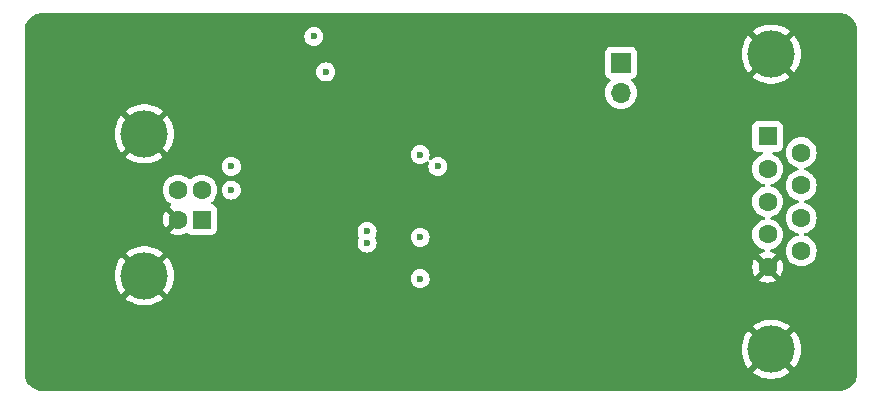
<source format=gbr>
%TF.GenerationSoftware,KiCad,Pcbnew,8.0.0*%
%TF.CreationDate,2024-03-17T15:10:11+09:00*%
%TF.ProjectId,USB-to-RS485-Converter-Small,5553422d-746f-42d5-9253-3438352d436f,1.0*%
%TF.SameCoordinates,Original*%
%TF.FileFunction,Copper,L3,Inr*%
%TF.FilePolarity,Positive*%
%FSLAX46Y46*%
G04 Gerber Fmt 4.6, Leading zero omitted, Abs format (unit mm)*
G04 Created by KiCad (PCBNEW 8.0.0) date 2024-03-17 15:10:11*
%MOMM*%
%LPD*%
G01*
G04 APERTURE LIST*
%TA.AperFunction,ComponentPad*%
%ADD10R,1.600000X1.600000*%
%TD*%
%TA.AperFunction,ComponentPad*%
%ADD11C,1.600000*%
%TD*%
%TA.AperFunction,ComponentPad*%
%ADD12C,4.000000*%
%TD*%
%TA.AperFunction,ComponentPad*%
%ADD13R,1.700000X1.700000*%
%TD*%
%TA.AperFunction,ComponentPad*%
%ADD14O,1.700000X1.700000*%
%TD*%
%TA.AperFunction,ViaPad*%
%ADD15C,0.600000*%
%TD*%
G04 APERTURE END LIST*
D10*
%TO.N,/VCC*%
%TO.C,J2*%
X124187500Y-102087500D03*
D11*
%TO.N,Net-(J2-D-)*%
X124187500Y-99587500D03*
%TO.N,Net-(J2-D+)*%
X122187500Y-99587500D03*
%TO.N,/GND*%
X122187500Y-102087500D03*
D12*
X119327500Y-106837500D03*
X119327500Y-94837500D03*
%TD*%
D13*
%TO.N,Net-(J1-Pin_1)*%
%TO.C,J1*%
X159687500Y-88812500D03*
D14*
%TO.N,Net-(J1-Pin_2)*%
X159687500Y-91352500D03*
%TD*%
D12*
%TO.N,/GND*%
%TO.C,J3*%
X172407169Y-113077500D03*
X172407169Y-88077500D03*
D10*
%TO.N,unconnected-(J3-Pad1)*%
X172107169Y-95037500D03*
D11*
%TO.N,unconnected-(J3-Pad2)*%
X172107169Y-97807500D03*
%TO.N,Net-(J1-Pin_1)*%
X172107169Y-100577500D03*
%TO.N,unconnected-(J3-Pad4)*%
X172107169Y-103347500D03*
%TO.N,/GND*%
X172107169Y-106117500D03*
%TO.N,unconnected-(J3-Pad6)*%
X174947169Y-96422500D03*
%TO.N,Net-(D1-Pad1)*%
X174947169Y-99192500D03*
%TO.N,unconnected-(J3-Pad8)*%
X174947169Y-101962500D03*
%TO.N,unconnected-(J3-Pad9)*%
X174947169Y-104732500D03*
%TD*%
D15*
%TO.N,/GND*%
X148687500Y-96087500D03*
X162687500Y-100087500D03*
X158187500Y-93587500D03*
X138687500Y-98587500D03*
X158187500Y-95587500D03*
X144187500Y-99087500D03*
X138687500Y-99587500D03*
X158687500Y-100087500D03*
X145187500Y-99087500D03*
X158187500Y-94587500D03*
X158687500Y-101087500D03*
X162687500Y-101087500D03*
X148687500Y-97087500D03*
%TO.N,Net-(U1-3V3OUT)*%
X142687500Y-103587500D03*
X142687500Y-107087500D03*
%TO.N,{slash}TXLED*%
X142687500Y-96587500D03*
X133687500Y-86587500D03*
%TO.N,{slash}RXLED*%
X144187500Y-97587500D03*
X134687500Y-89587500D03*
%TO.N,Net-(J2-D+)*%
X126687500Y-97587500D03*
X138187500Y-104087500D03*
%TO.N,Net-(J2-D-)*%
X138187500Y-103087500D03*
X126687500Y-99587500D03*
%TD*%
%TA.AperFunction,Conductor*%
%TO.N,/GND*%
G36*
X178191918Y-84588316D02*
G01*
X178392061Y-84602630D01*
X178409563Y-84605147D01*
X178601297Y-84646855D01*
X178618255Y-84651834D01*
X178802109Y-84720409D01*
X178818201Y-84727759D01*
X178990404Y-84821788D01*
X179005284Y-84831349D01*
X179162367Y-84948941D01*
X179175737Y-84960527D01*
X179314472Y-85099262D01*
X179326058Y-85112632D01*
X179443646Y-85269710D01*
X179453211Y-85284595D01*
X179547240Y-85456798D01*
X179554590Y-85472890D01*
X179623162Y-85656736D01*
X179628146Y-85673712D01*
X179669851Y-85865431D01*
X179672369Y-85882942D01*
X179686684Y-86083080D01*
X179687000Y-86091927D01*
X179687000Y-115083072D01*
X179686684Y-115091919D01*
X179672369Y-115292057D01*
X179669851Y-115309568D01*
X179628146Y-115501287D01*
X179623162Y-115518263D01*
X179554590Y-115702109D01*
X179547240Y-115718201D01*
X179453211Y-115890404D01*
X179443646Y-115905289D01*
X179326058Y-116062367D01*
X179314472Y-116075737D01*
X179175737Y-116214472D01*
X179162367Y-116226058D01*
X179005289Y-116343646D01*
X178990404Y-116353211D01*
X178818201Y-116447240D01*
X178802109Y-116454590D01*
X178618263Y-116523162D01*
X178601287Y-116528146D01*
X178409568Y-116569851D01*
X178392057Y-116572369D01*
X178211279Y-116585299D01*
X178191917Y-116586684D01*
X178183072Y-116587000D01*
X110691928Y-116587000D01*
X110683082Y-116586684D01*
X110661122Y-116585113D01*
X110482942Y-116572369D01*
X110465431Y-116569851D01*
X110273712Y-116528146D01*
X110256736Y-116523162D01*
X110072890Y-116454590D01*
X110056798Y-116447240D01*
X109884595Y-116353211D01*
X109869710Y-116343646D01*
X109712632Y-116226058D01*
X109699262Y-116214472D01*
X109560527Y-116075737D01*
X109548941Y-116062367D01*
X109431349Y-115905284D01*
X109421788Y-115890404D01*
X109327759Y-115718201D01*
X109320409Y-115702109D01*
X109273932Y-115577500D01*
X109251834Y-115518255D01*
X109246855Y-115501297D01*
X109205147Y-115309563D01*
X109202630Y-115292056D01*
X109195509Y-115192496D01*
X109188316Y-115091918D01*
X109188000Y-115083072D01*
X109188000Y-113077505D01*
X169902226Y-113077505D01*
X169921976Y-113391442D01*
X169921977Y-113391449D01*
X169980924Y-113700458D01*
X170078132Y-113999632D01*
X170078134Y-113999637D01*
X170212069Y-114284261D01*
X170212072Y-114284267D01*
X170380626Y-114549867D01*
X170380629Y-114549871D01*
X170471455Y-114659660D01*
X171112917Y-114018198D01*
X171186757Y-114119830D01*
X171364839Y-114297912D01*
X171466469Y-114371750D01*
X170822140Y-115016079D01*
X170822141Y-115016081D01*
X171064941Y-115192485D01*
X171064959Y-115192496D01*
X171340616Y-115344040D01*
X171340624Y-115344044D01*
X171633095Y-115459840D01*
X171937789Y-115538073D01*
X171937798Y-115538075D01*
X172249870Y-115577499D01*
X172249884Y-115577500D01*
X172564454Y-115577500D01*
X172564467Y-115577499D01*
X172876539Y-115538075D01*
X172876548Y-115538073D01*
X173181242Y-115459840D01*
X173473713Y-115344044D01*
X173473721Y-115344040D01*
X173749378Y-115192496D01*
X173749388Y-115192490D01*
X173992195Y-115016079D01*
X173992196Y-115016079D01*
X173347867Y-114371751D01*
X173449499Y-114297912D01*
X173627581Y-114119830D01*
X173701420Y-114018199D01*
X174342881Y-114659660D01*
X174433713Y-114549864D01*
X174602265Y-114284267D01*
X174602268Y-114284261D01*
X174736203Y-113999637D01*
X174736205Y-113999632D01*
X174833413Y-113700458D01*
X174892360Y-113391449D01*
X174892361Y-113391442D01*
X174912112Y-113077505D01*
X174912112Y-113077494D01*
X174892361Y-112763557D01*
X174892360Y-112763550D01*
X174833413Y-112454541D01*
X174736205Y-112155367D01*
X174736203Y-112155362D01*
X174602268Y-111870738D01*
X174602265Y-111870732D01*
X174433711Y-111605132D01*
X174433708Y-111605128D01*
X174342881Y-111495338D01*
X173701419Y-112136800D01*
X173627581Y-112035170D01*
X173449499Y-111857088D01*
X173347867Y-111783248D01*
X173992196Y-111138919D01*
X173992195Y-111138917D01*
X173749396Y-110962514D01*
X173749378Y-110962503D01*
X173473721Y-110810959D01*
X173473713Y-110810955D01*
X173181242Y-110695159D01*
X172876548Y-110616926D01*
X172876539Y-110616924D01*
X172564467Y-110577500D01*
X172249870Y-110577500D01*
X171937798Y-110616924D01*
X171937789Y-110616926D01*
X171633095Y-110695159D01*
X171340624Y-110810955D01*
X171340616Y-110810959D01*
X171064956Y-110962504D01*
X171064951Y-110962507D01*
X170822141Y-111138918D01*
X170822140Y-111138919D01*
X171466470Y-111783248D01*
X171364839Y-111857088D01*
X171186757Y-112035170D01*
X171112917Y-112136800D01*
X170471455Y-111495338D01*
X170471454Y-111495338D01*
X170380628Y-111605129D01*
X170380626Y-111605132D01*
X170212072Y-111870732D01*
X170212069Y-111870738D01*
X170078134Y-112155362D01*
X170078132Y-112155367D01*
X169980924Y-112454541D01*
X169921977Y-112763550D01*
X169921976Y-112763557D01*
X169902226Y-113077494D01*
X169902226Y-113077505D01*
X109188000Y-113077505D01*
X109188000Y-106837505D01*
X116822557Y-106837505D01*
X116842307Y-107151442D01*
X116842308Y-107151449D01*
X116901255Y-107460458D01*
X116998463Y-107759632D01*
X116998465Y-107759637D01*
X117132400Y-108044261D01*
X117132403Y-108044267D01*
X117300957Y-108309867D01*
X117300960Y-108309871D01*
X117391786Y-108419660D01*
X118355413Y-107456033D01*
X118450329Y-107586675D01*
X118578325Y-107714671D01*
X118708965Y-107809586D01*
X117742471Y-108776079D01*
X117742472Y-108776081D01*
X117985272Y-108952485D01*
X117985290Y-108952496D01*
X118260947Y-109104040D01*
X118260955Y-109104044D01*
X118553426Y-109219840D01*
X118858120Y-109298073D01*
X118858129Y-109298075D01*
X119170201Y-109337499D01*
X119170215Y-109337500D01*
X119484785Y-109337500D01*
X119484798Y-109337499D01*
X119796870Y-109298075D01*
X119796879Y-109298073D01*
X120101573Y-109219840D01*
X120394044Y-109104044D01*
X120394052Y-109104040D01*
X120669709Y-108952496D01*
X120669719Y-108952490D01*
X120912526Y-108776079D01*
X120912527Y-108776079D01*
X119946033Y-107809586D01*
X120076675Y-107714671D01*
X120204671Y-107586675D01*
X120299586Y-107456034D01*
X121263212Y-108419660D01*
X121354044Y-108309864D01*
X121522596Y-108044267D01*
X121522599Y-108044261D01*
X121656534Y-107759637D01*
X121656536Y-107759632D01*
X121753744Y-107460458D01*
X121812691Y-107151449D01*
X121812692Y-107151442D01*
X121816715Y-107087503D01*
X141881935Y-107087503D01*
X141902130Y-107266749D01*
X141902131Y-107266754D01*
X141961711Y-107437023D01*
X142055744Y-107586675D01*
X142057684Y-107589762D01*
X142185238Y-107717316D01*
X142337978Y-107813289D01*
X142508245Y-107872868D01*
X142508250Y-107872869D01*
X142687496Y-107893065D01*
X142687500Y-107893065D01*
X142687504Y-107893065D01*
X142866749Y-107872869D01*
X142866752Y-107872868D01*
X142866755Y-107872868D01*
X143037022Y-107813289D01*
X143189762Y-107717316D01*
X143317316Y-107589762D01*
X143413289Y-107437022D01*
X143472868Y-107266755D01*
X143480781Y-107196524D01*
X143493065Y-107087503D01*
X143493065Y-107087496D01*
X143472869Y-106908250D01*
X143472868Y-106908245D01*
X143448115Y-106837505D01*
X143413289Y-106737978D01*
X143317316Y-106585238D01*
X143189762Y-106457684D01*
X143037023Y-106361711D01*
X142866754Y-106302131D01*
X142866749Y-106302130D01*
X142687504Y-106281935D01*
X142687496Y-106281935D01*
X142508250Y-106302130D01*
X142508245Y-106302131D01*
X142337976Y-106361711D01*
X142185237Y-106457684D01*
X142057684Y-106585237D01*
X141961711Y-106737976D01*
X141902131Y-106908245D01*
X141902130Y-106908250D01*
X141881935Y-107087496D01*
X141881935Y-107087503D01*
X121816715Y-107087503D01*
X121832443Y-106837505D01*
X121832443Y-106837494D01*
X121812692Y-106523557D01*
X121812691Y-106523550D01*
X121753744Y-106214541D01*
X121656536Y-105915367D01*
X121656534Y-105915362D01*
X121522599Y-105630738D01*
X121522596Y-105630732D01*
X121354042Y-105365132D01*
X121354039Y-105365128D01*
X121263212Y-105255338D01*
X120299585Y-106218965D01*
X120204671Y-106088325D01*
X120076675Y-105960329D01*
X119946033Y-105865413D01*
X120912527Y-104898919D01*
X120912526Y-104898917D01*
X120669727Y-104722514D01*
X120669709Y-104722503D01*
X120394052Y-104570959D01*
X120394044Y-104570955D01*
X120101573Y-104455159D01*
X119796879Y-104376926D01*
X119796870Y-104376924D01*
X119484798Y-104337500D01*
X119170201Y-104337500D01*
X118858129Y-104376924D01*
X118858120Y-104376926D01*
X118553426Y-104455159D01*
X118260955Y-104570955D01*
X118260947Y-104570959D01*
X117985287Y-104722504D01*
X117985282Y-104722507D01*
X117742472Y-104898918D01*
X117742471Y-104898919D01*
X118708966Y-105865413D01*
X118578325Y-105960329D01*
X118450329Y-106088325D01*
X118355413Y-106218965D01*
X117391786Y-105255338D01*
X117391785Y-105255338D01*
X117300959Y-105365129D01*
X117300957Y-105365132D01*
X117132403Y-105630732D01*
X117132400Y-105630738D01*
X116998465Y-105915362D01*
X116998463Y-105915367D01*
X116901255Y-106214541D01*
X116842308Y-106523550D01*
X116842307Y-106523557D01*
X116822557Y-106837494D01*
X116822557Y-106837505D01*
X109188000Y-106837505D01*
X109188000Y-104087503D01*
X137381935Y-104087503D01*
X137402130Y-104266749D01*
X137402131Y-104266754D01*
X137461711Y-104437023D01*
X137504928Y-104505802D01*
X137557684Y-104589762D01*
X137685238Y-104717316D01*
X137709405Y-104732501D01*
X137787497Y-104781570D01*
X137837978Y-104813289D01*
X137901305Y-104835448D01*
X138008245Y-104872868D01*
X138008250Y-104872869D01*
X138187496Y-104893065D01*
X138187500Y-104893065D01*
X138187504Y-104893065D01*
X138366749Y-104872869D01*
X138366752Y-104872868D01*
X138366755Y-104872868D01*
X138537022Y-104813289D01*
X138689762Y-104717316D01*
X138817316Y-104589762D01*
X138913289Y-104437022D01*
X138972868Y-104266755D01*
X138972869Y-104266749D01*
X138993065Y-104087503D01*
X138993065Y-104087496D01*
X138972869Y-103908250D01*
X138972868Y-103908245D01*
X138913288Y-103737975D01*
X138860191Y-103653473D01*
X138841548Y-103587503D01*
X141881935Y-103587503D01*
X141902130Y-103766749D01*
X141902131Y-103766754D01*
X141961711Y-103937023D01*
X142051402Y-104079765D01*
X142057684Y-104089762D01*
X142185238Y-104217316D01*
X142337978Y-104313289D01*
X142435876Y-104347545D01*
X142508245Y-104372868D01*
X142508250Y-104372869D01*
X142687496Y-104393065D01*
X142687500Y-104393065D01*
X142687504Y-104393065D01*
X142866749Y-104372869D01*
X142866752Y-104372868D01*
X142866755Y-104372868D01*
X143037022Y-104313289D01*
X143189762Y-104217316D01*
X143317316Y-104089762D01*
X143413289Y-103937022D01*
X143472868Y-103766755D01*
X143472869Y-103766749D01*
X143493065Y-103587503D01*
X143493065Y-103587496D01*
X143472869Y-103408250D01*
X143472868Y-103408245D01*
X143451613Y-103347501D01*
X170801701Y-103347501D01*
X170821533Y-103574186D01*
X170821535Y-103574197D01*
X170880427Y-103793988D01*
X170880430Y-103793997D01*
X170976600Y-104000232D01*
X170976601Y-104000234D01*
X171107123Y-104186641D01*
X171268027Y-104347545D01*
X171268030Y-104347547D01*
X171454435Y-104478068D01*
X171660673Y-104574239D01*
X171805271Y-104612983D01*
X171864930Y-104649348D01*
X171895460Y-104712194D01*
X171887166Y-104781570D01*
X171842681Y-104835448D01*
X171805271Y-104852533D01*
X171660849Y-104891231D01*
X171660842Y-104891234D01*
X171454685Y-104987366D01*
X171454681Y-104987368D01*
X171381695Y-105038473D01*
X171381695Y-105038474D01*
X171977759Y-105634537D01*
X171914176Y-105651575D01*
X171800162Y-105717401D01*
X171707070Y-105810493D01*
X171641244Y-105924507D01*
X171624206Y-105988089D01*
X171028143Y-105392026D01*
X171028142Y-105392026D01*
X170977037Y-105465012D01*
X170977035Y-105465016D01*
X170880903Y-105671173D01*
X170880899Y-105671182D01*
X170822029Y-105890889D01*
X170822027Y-105890900D01*
X170802203Y-106117497D01*
X170802203Y-106117502D01*
X170822027Y-106344099D01*
X170822029Y-106344110D01*
X170880899Y-106563817D01*
X170880904Y-106563831D01*
X170977032Y-106769978D01*
X171028143Y-106842972D01*
X171624206Y-106246909D01*
X171641244Y-106310493D01*
X171707070Y-106424507D01*
X171800162Y-106517599D01*
X171914176Y-106583425D01*
X171977759Y-106600462D01*
X171381695Y-107196525D01*
X171454682Y-107247632D01*
X171454690Y-107247636D01*
X171660837Y-107343764D01*
X171660851Y-107343769D01*
X171880558Y-107402639D01*
X171880569Y-107402641D01*
X172107167Y-107422466D01*
X172107171Y-107422466D01*
X172333768Y-107402641D01*
X172333779Y-107402639D01*
X172553486Y-107343769D01*
X172553500Y-107343764D01*
X172759647Y-107247636D01*
X172832640Y-107196524D01*
X172236578Y-106600462D01*
X172300162Y-106583425D01*
X172414176Y-106517599D01*
X172507268Y-106424507D01*
X172573094Y-106310493D01*
X172590131Y-106246909D01*
X173186193Y-106842971D01*
X173237305Y-106769978D01*
X173333433Y-106563831D01*
X173333438Y-106563817D01*
X173392308Y-106344110D01*
X173392310Y-106344099D01*
X173412135Y-106117502D01*
X173412135Y-106117497D01*
X173392310Y-105890900D01*
X173392308Y-105890889D01*
X173333438Y-105671182D01*
X173333433Y-105671168D01*
X173237305Y-105465021D01*
X173237301Y-105465013D01*
X173186194Y-105392026D01*
X172590131Y-105988089D01*
X172573094Y-105924507D01*
X172507268Y-105810493D01*
X172414176Y-105717401D01*
X172300162Y-105651575D01*
X172236579Y-105634537D01*
X172832641Y-105038474D01*
X172759647Y-104987363D01*
X172553500Y-104891235D01*
X172553488Y-104891231D01*
X172409066Y-104852533D01*
X172349406Y-104816168D01*
X172318877Y-104753321D01*
X172321366Y-104732501D01*
X173641701Y-104732501D01*
X173661533Y-104959186D01*
X173661535Y-104959197D01*
X173720427Y-105178988D01*
X173720430Y-105178997D01*
X173816600Y-105385232D01*
X173816601Y-105385234D01*
X173947123Y-105571641D01*
X174108027Y-105732545D01*
X174108030Y-105732547D01*
X174294435Y-105863068D01*
X174500673Y-105959239D01*
X174720477Y-106018135D01*
X174882399Y-106032301D01*
X174947167Y-106037968D01*
X174947169Y-106037968D01*
X174947171Y-106037968D01*
X175003842Y-106033009D01*
X175173861Y-106018135D01*
X175393665Y-105959239D01*
X175599903Y-105863068D01*
X175786308Y-105732547D01*
X175947216Y-105571639D01*
X176077737Y-105385234D01*
X176173908Y-105178996D01*
X176232804Y-104959192D01*
X176252637Y-104732500D01*
X176251762Y-104722504D01*
X176243675Y-104630067D01*
X176232804Y-104505808D01*
X176173908Y-104286004D01*
X176077737Y-104079766D01*
X175947216Y-103893361D01*
X175947214Y-103893358D01*
X175786310Y-103732454D01*
X175599903Y-103601932D01*
X175599901Y-103601931D01*
X175393666Y-103505761D01*
X175393657Y-103505758D01*
X175271135Y-103472929D01*
X175250031Y-103467274D01*
X175190371Y-103430910D01*
X175159842Y-103368063D01*
X175168137Y-103298688D01*
X175212622Y-103244810D01*
X175250031Y-103227725D01*
X175393665Y-103189239D01*
X175599903Y-103093068D01*
X175786308Y-102962547D01*
X175947216Y-102801639D01*
X176077737Y-102615234D01*
X176173908Y-102408996D01*
X176232804Y-102189192D01*
X176252637Y-101962500D01*
X176248366Y-101913688D01*
X176232804Y-101735813D01*
X176232804Y-101735808D01*
X176173908Y-101516004D01*
X176077737Y-101309766D01*
X175947216Y-101123361D01*
X175947214Y-101123358D01*
X175786310Y-100962454D01*
X175599903Y-100831932D01*
X175599901Y-100831931D01*
X175393666Y-100735761D01*
X175393657Y-100735758D01*
X175271135Y-100702929D01*
X175250031Y-100697274D01*
X175190371Y-100660910D01*
X175159842Y-100598063D01*
X175168137Y-100528688D01*
X175212622Y-100474810D01*
X175250031Y-100457725D01*
X175393665Y-100419239D01*
X175599903Y-100323068D01*
X175786308Y-100192547D01*
X175947216Y-100031639D01*
X176077737Y-99845234D01*
X176173908Y-99638996D01*
X176232804Y-99419192D01*
X176252637Y-99192500D01*
X176248366Y-99143688D01*
X176232804Y-98965813D01*
X176232804Y-98965808D01*
X176173908Y-98746004D01*
X176077737Y-98539766D01*
X175960875Y-98372868D01*
X175947214Y-98353358D01*
X175786310Y-98192454D01*
X175599903Y-98061932D01*
X175599901Y-98061931D01*
X175393666Y-97965761D01*
X175393657Y-97965758D01*
X175271135Y-97932929D01*
X175250031Y-97927274D01*
X175190371Y-97890910D01*
X175159842Y-97828063D01*
X175168137Y-97758688D01*
X175212622Y-97704810D01*
X175250031Y-97687725D01*
X175393665Y-97649239D01*
X175599903Y-97553068D01*
X175786308Y-97422547D01*
X175947216Y-97261639D01*
X176077737Y-97075234D01*
X176173908Y-96868996D01*
X176232804Y-96649192D01*
X176252637Y-96422500D01*
X176232804Y-96195808D01*
X176173908Y-95976004D01*
X176077737Y-95769766D01*
X175980008Y-95630193D01*
X175947214Y-95583358D01*
X175786310Y-95422454D01*
X175599903Y-95291932D01*
X175599901Y-95291931D01*
X175393666Y-95195761D01*
X175393657Y-95195758D01*
X175173866Y-95136866D01*
X175173862Y-95136865D01*
X175173861Y-95136865D01*
X175173860Y-95136864D01*
X175173855Y-95136864D01*
X174947171Y-95117032D01*
X174947167Y-95117032D01*
X174720482Y-95136864D01*
X174720471Y-95136866D01*
X174500680Y-95195758D01*
X174500671Y-95195761D01*
X174294436Y-95291931D01*
X174294434Y-95291932D01*
X174108027Y-95422454D01*
X173947123Y-95583358D01*
X173816601Y-95769765D01*
X173816600Y-95769767D01*
X173720430Y-95976002D01*
X173720427Y-95976011D01*
X173661535Y-96195802D01*
X173661533Y-96195813D01*
X173641701Y-96422498D01*
X173641701Y-96422501D01*
X173661533Y-96649186D01*
X173661535Y-96649197D01*
X173720427Y-96868988D01*
X173720430Y-96868997D01*
X173816600Y-97075232D01*
X173816601Y-97075234D01*
X173947123Y-97261641D01*
X174108027Y-97422545D01*
X174108030Y-97422547D01*
X174294435Y-97553068D01*
X174500673Y-97649239D01*
X174500678Y-97649240D01*
X174500680Y-97649241D01*
X174644305Y-97687725D01*
X174703966Y-97724090D01*
X174734495Y-97786937D01*
X174726200Y-97856312D01*
X174681715Y-97910190D01*
X174644305Y-97927275D01*
X174500680Y-97965758D01*
X174500671Y-97965761D01*
X174294436Y-98061931D01*
X174294434Y-98061932D01*
X174108027Y-98192454D01*
X173947123Y-98353358D01*
X173816601Y-98539765D01*
X173816600Y-98539767D01*
X173720430Y-98746002D01*
X173720427Y-98746011D01*
X173661535Y-98965802D01*
X173661533Y-98965813D01*
X173641701Y-99192498D01*
X173641701Y-99192501D01*
X173661533Y-99419186D01*
X173661535Y-99419197D01*
X173720427Y-99638988D01*
X173720430Y-99638997D01*
X173816600Y-99845232D01*
X173816601Y-99845234D01*
X173947123Y-100031641D01*
X174108027Y-100192545D01*
X174108030Y-100192547D01*
X174294435Y-100323068D01*
X174500673Y-100419239D01*
X174500678Y-100419240D01*
X174500680Y-100419241D01*
X174644305Y-100457725D01*
X174703966Y-100494090D01*
X174734495Y-100556937D01*
X174726200Y-100626312D01*
X174681715Y-100680190D01*
X174644305Y-100697275D01*
X174500680Y-100735758D01*
X174500671Y-100735761D01*
X174294436Y-100831931D01*
X174294434Y-100831932D01*
X174108027Y-100962454D01*
X173947123Y-101123358D01*
X173816601Y-101309765D01*
X173816600Y-101309767D01*
X173720430Y-101516002D01*
X173720427Y-101516011D01*
X173661535Y-101735802D01*
X173661533Y-101735813D01*
X173641701Y-101962498D01*
X173641701Y-101962501D01*
X173661533Y-102189186D01*
X173661535Y-102189197D01*
X173720427Y-102408988D01*
X173720430Y-102408997D01*
X173816600Y-102615232D01*
X173816601Y-102615234D01*
X173947123Y-102801641D01*
X174108027Y-102962545D01*
X174108030Y-102962547D01*
X174294435Y-103093068D01*
X174500673Y-103189239D01*
X174500678Y-103189240D01*
X174500680Y-103189241D01*
X174644305Y-103227725D01*
X174703966Y-103264090D01*
X174734495Y-103326937D01*
X174726200Y-103396312D01*
X174681715Y-103450190D01*
X174644305Y-103467275D01*
X174500680Y-103505758D01*
X174500671Y-103505761D01*
X174294436Y-103601931D01*
X174294434Y-103601932D01*
X174108027Y-103732454D01*
X173947123Y-103893358D01*
X173816601Y-104079765D01*
X173816600Y-104079767D01*
X173720430Y-104286002D01*
X173720427Y-104286011D01*
X173661535Y-104505802D01*
X173661533Y-104505813D01*
X173641701Y-104732498D01*
X173641701Y-104732501D01*
X172321366Y-104732501D01*
X172327172Y-104683945D01*
X172371657Y-104630067D01*
X172409063Y-104612984D01*
X172553665Y-104574239D01*
X172759903Y-104478068D01*
X172946308Y-104347547D01*
X173107216Y-104186639D01*
X173237737Y-104000234D01*
X173333908Y-103793996D01*
X173392804Y-103574192D01*
X173412637Y-103347500D01*
X173411219Y-103331297D01*
X173403944Y-103248135D01*
X173392804Y-103120808D01*
X173333908Y-102901004D01*
X173237737Y-102694766D01*
X173107216Y-102508361D01*
X173107214Y-102508358D01*
X172946310Y-102347454D01*
X172759903Y-102216932D01*
X172759901Y-102216931D01*
X172553666Y-102120761D01*
X172553657Y-102120758D01*
X172429521Y-102087497D01*
X172410031Y-102082274D01*
X172350371Y-102045910D01*
X172319842Y-101983063D01*
X172328137Y-101913688D01*
X172372622Y-101859810D01*
X172410031Y-101842725D01*
X172553665Y-101804239D01*
X172759903Y-101708068D01*
X172946308Y-101577547D01*
X173107216Y-101416639D01*
X173237737Y-101230234D01*
X173333908Y-101023996D01*
X173392804Y-100804192D01*
X173412637Y-100577500D01*
X173408366Y-100528688D01*
X173399442Y-100426686D01*
X173392804Y-100350808D01*
X173333908Y-100131004D01*
X173237737Y-99924766D01*
X173107216Y-99738361D01*
X173107214Y-99738358D01*
X172946310Y-99577454D01*
X172759903Y-99446932D01*
X172759901Y-99446931D01*
X172553666Y-99350761D01*
X172553657Y-99350758D01*
X172431135Y-99317929D01*
X172410031Y-99312274D01*
X172350371Y-99275910D01*
X172319842Y-99213063D01*
X172328137Y-99143688D01*
X172372622Y-99089810D01*
X172410031Y-99072725D01*
X172553665Y-99034239D01*
X172759903Y-98938068D01*
X172946308Y-98807547D01*
X173107216Y-98646639D01*
X173237737Y-98460234D01*
X173333908Y-98253996D01*
X173392804Y-98034192D01*
X173412637Y-97807500D01*
X173408366Y-97758688D01*
X173398791Y-97649238D01*
X173392804Y-97580808D01*
X173333908Y-97361004D01*
X173237737Y-97154766D01*
X173107216Y-96968361D01*
X173107214Y-96968358D01*
X172946310Y-96807454D01*
X172759903Y-96676932D01*
X172759901Y-96676931D01*
X172553666Y-96580761D01*
X172548571Y-96578907D01*
X172549328Y-96576825D01*
X172497786Y-96545408D01*
X172467257Y-96482561D01*
X172475552Y-96413186D01*
X172520038Y-96359308D01*
X172586590Y-96338034D01*
X172589521Y-96337999D01*
X172955041Y-96337999D01*
X173014652Y-96331591D01*
X173149500Y-96281296D01*
X173264715Y-96195046D01*
X173350965Y-96079831D01*
X173401260Y-95944983D01*
X173407669Y-95885373D01*
X173407668Y-94189628D01*
X173401260Y-94130017D01*
X173350965Y-93995169D01*
X173350964Y-93995168D01*
X173350962Y-93995164D01*
X173264716Y-93879955D01*
X173264713Y-93879952D01*
X173149504Y-93793706D01*
X173149497Y-93793702D01*
X173014651Y-93743408D01*
X173014652Y-93743408D01*
X172955052Y-93737001D01*
X172955050Y-93737000D01*
X172955042Y-93737000D01*
X172955033Y-93737000D01*
X171259298Y-93737000D01*
X171259292Y-93737001D01*
X171199685Y-93743408D01*
X171064840Y-93793702D01*
X171064833Y-93793706D01*
X170949624Y-93879952D01*
X170949621Y-93879955D01*
X170863375Y-93995164D01*
X170863371Y-93995171D01*
X170813077Y-94130017D01*
X170806670Y-94189616D01*
X170806670Y-94189623D01*
X170806669Y-94189635D01*
X170806669Y-95885370D01*
X170806670Y-95885376D01*
X170813077Y-95944983D01*
X170863371Y-96079828D01*
X170863375Y-96079835D01*
X170949621Y-96195044D01*
X170949624Y-96195047D01*
X171064833Y-96281293D01*
X171064840Y-96281297D01*
X171199686Y-96331591D01*
X171199685Y-96331591D01*
X171206613Y-96332335D01*
X171259296Y-96338000D01*
X171624797Y-96337999D01*
X171691834Y-96357683D01*
X171737589Y-96410487D01*
X171747533Y-96479646D01*
X171718508Y-96543201D01*
X171665232Y-96577439D01*
X171665767Y-96578907D01*
X171660671Y-96580761D01*
X171454436Y-96676931D01*
X171454434Y-96676932D01*
X171268027Y-96807454D01*
X171107123Y-96968358D01*
X170976601Y-97154765D01*
X170976600Y-97154767D01*
X170880430Y-97361002D01*
X170880427Y-97361011D01*
X170821535Y-97580802D01*
X170821533Y-97580813D01*
X170801701Y-97807498D01*
X170801701Y-97807501D01*
X170821533Y-98034186D01*
X170821535Y-98034197D01*
X170880427Y-98253988D01*
X170880430Y-98253997D01*
X170976600Y-98460232D01*
X170976601Y-98460234D01*
X171107123Y-98646641D01*
X171268027Y-98807545D01*
X171268030Y-98807547D01*
X171454435Y-98938068D01*
X171660673Y-99034239D01*
X171660678Y-99034240D01*
X171660680Y-99034241D01*
X171804305Y-99072725D01*
X171863966Y-99109090D01*
X171894495Y-99171937D01*
X171886200Y-99241312D01*
X171841715Y-99295190D01*
X171804305Y-99312275D01*
X171660680Y-99350758D01*
X171660671Y-99350761D01*
X171454436Y-99446931D01*
X171454434Y-99446932D01*
X171268027Y-99577454D01*
X171107123Y-99738358D01*
X170976601Y-99924765D01*
X170976600Y-99924767D01*
X170880430Y-100131002D01*
X170880427Y-100131011D01*
X170821535Y-100350802D01*
X170821533Y-100350813D01*
X170801701Y-100577498D01*
X170801701Y-100577501D01*
X170821533Y-100804186D01*
X170821535Y-100804197D01*
X170880427Y-101023988D01*
X170880430Y-101023997D01*
X170976600Y-101230232D01*
X170976601Y-101230234D01*
X171107123Y-101416641D01*
X171268027Y-101577545D01*
X171268030Y-101577547D01*
X171454435Y-101708068D01*
X171660673Y-101804239D01*
X171660678Y-101804240D01*
X171660680Y-101804241D01*
X171804305Y-101842725D01*
X171863966Y-101879090D01*
X171894495Y-101941937D01*
X171886200Y-102011312D01*
X171841715Y-102065190D01*
X171804305Y-102082275D01*
X171660680Y-102120758D01*
X171660671Y-102120761D01*
X171454436Y-102216931D01*
X171454434Y-102216932D01*
X171268027Y-102347454D01*
X171107123Y-102508358D01*
X170976601Y-102694765D01*
X170976600Y-102694767D01*
X170880430Y-102901002D01*
X170880427Y-102901011D01*
X170821535Y-103120802D01*
X170821533Y-103120813D01*
X170801701Y-103347498D01*
X170801701Y-103347501D01*
X143451613Y-103347501D01*
X143423361Y-103266762D01*
X143413289Y-103237978D01*
X143382665Y-103189241D01*
X143345338Y-103129835D01*
X143317316Y-103085238D01*
X143189762Y-102957684D01*
X143154270Y-102935383D01*
X143037023Y-102861711D01*
X142866754Y-102802131D01*
X142866749Y-102802130D01*
X142687504Y-102781935D01*
X142687496Y-102781935D01*
X142508250Y-102802130D01*
X142508245Y-102802131D01*
X142337976Y-102861711D01*
X142185237Y-102957684D01*
X142057684Y-103085237D01*
X141961711Y-103237976D01*
X141902131Y-103408245D01*
X141902130Y-103408250D01*
X141881935Y-103587496D01*
X141881935Y-103587503D01*
X138841548Y-103587503D01*
X138841190Y-103586236D01*
X138860191Y-103521527D01*
X138913288Y-103437024D01*
X138913289Y-103437022D01*
X138972868Y-103266755D01*
X138972869Y-103266749D01*
X138993065Y-103087503D01*
X138993065Y-103087496D01*
X138972869Y-102908250D01*
X138972868Y-102908245D01*
X138956585Y-102861711D01*
X138913289Y-102737978D01*
X138886136Y-102694765D01*
X138817315Y-102585237D01*
X138689762Y-102457684D01*
X138537023Y-102361711D01*
X138366754Y-102302131D01*
X138366749Y-102302130D01*
X138187504Y-102281935D01*
X138187496Y-102281935D01*
X138008250Y-102302130D01*
X138008245Y-102302131D01*
X137837976Y-102361711D01*
X137685237Y-102457684D01*
X137557684Y-102585237D01*
X137461711Y-102737976D01*
X137402131Y-102908245D01*
X137402130Y-102908250D01*
X137381935Y-103087496D01*
X137381935Y-103087503D01*
X137402130Y-103266749D01*
X137402133Y-103266762D01*
X137461709Y-103437020D01*
X137514809Y-103521529D01*
X137533809Y-103588766D01*
X137514809Y-103653471D01*
X137461709Y-103737979D01*
X137402133Y-103908237D01*
X137402130Y-103908250D01*
X137381935Y-104087496D01*
X137381935Y-104087503D01*
X109188000Y-104087503D01*
X109188000Y-99587501D01*
X120882032Y-99587501D01*
X120901864Y-99814186D01*
X120901866Y-99814197D01*
X120960758Y-100033988D01*
X120960761Y-100033997D01*
X121056931Y-100240232D01*
X121056932Y-100240234D01*
X121187454Y-100426641D01*
X121348358Y-100587545D01*
X121395193Y-100620339D01*
X121534766Y-100718068D01*
X121550475Y-100725393D01*
X121602914Y-100771564D01*
X121622067Y-100838757D01*
X121601852Y-100905638D01*
X121550479Y-100950156D01*
X121535014Y-100957367D01*
X121535012Y-100957368D01*
X121462026Y-101008473D01*
X121462026Y-101008474D01*
X122078502Y-101624949D01*
X122004157Y-101644870D01*
X121895843Y-101707405D01*
X121807405Y-101795843D01*
X121744870Y-101904157D01*
X121724949Y-101978501D01*
X121108474Y-101362026D01*
X121108473Y-101362026D01*
X121057368Y-101435012D01*
X121057366Y-101435016D01*
X120961234Y-101641173D01*
X120961230Y-101641182D01*
X120902360Y-101860889D01*
X120902358Y-101860900D01*
X120882534Y-102087497D01*
X120882534Y-102087502D01*
X120902358Y-102314099D01*
X120902360Y-102314110D01*
X120961230Y-102533817D01*
X120961235Y-102533831D01*
X121057363Y-102739978D01*
X121108474Y-102812972D01*
X121724949Y-102196497D01*
X121744870Y-102270843D01*
X121807405Y-102379157D01*
X121895843Y-102467595D01*
X122004157Y-102530130D01*
X122078500Y-102550050D01*
X121462026Y-103166525D01*
X121535013Y-103217632D01*
X121535021Y-103217636D01*
X121741168Y-103313764D01*
X121741182Y-103313769D01*
X121960889Y-103372639D01*
X121960900Y-103372641D01*
X122187498Y-103392466D01*
X122187502Y-103392466D01*
X122414099Y-103372641D01*
X122414110Y-103372639D01*
X122633817Y-103313769D01*
X122633826Y-103313765D01*
X122839981Y-103217634D01*
X122852753Y-103208691D01*
X122918959Y-103186362D01*
X122986727Y-103203370D01*
X123023144Y-103235949D01*
X123029954Y-103245046D01*
X123058963Y-103266762D01*
X123145164Y-103331293D01*
X123145171Y-103331297D01*
X123280017Y-103381591D01*
X123280016Y-103381591D01*
X123286944Y-103382335D01*
X123339627Y-103388000D01*
X125035372Y-103387999D01*
X125094983Y-103381591D01*
X125229831Y-103331296D01*
X125345046Y-103245046D01*
X125431296Y-103129831D01*
X125481591Y-102994983D01*
X125488000Y-102935373D01*
X125487999Y-101239628D01*
X125481591Y-101180017D01*
X125431296Y-101045169D01*
X125431295Y-101045168D01*
X125431293Y-101045164D01*
X125345047Y-100929955D01*
X125345044Y-100929952D01*
X125229835Y-100843706D01*
X125229828Y-100843702D01*
X125094983Y-100793408D01*
X125089579Y-100792132D01*
X125028863Y-100757560D01*
X124996476Y-100695649D01*
X125002702Y-100626058D01*
X125030410Y-100583775D01*
X125187547Y-100426639D01*
X125318068Y-100240234D01*
X125414239Y-100033996D01*
X125473135Y-99814192D01*
X125492968Y-99587503D01*
X125881935Y-99587503D01*
X125902130Y-99766749D01*
X125902131Y-99766754D01*
X125961711Y-99937023D01*
X126021163Y-100031639D01*
X126057684Y-100089762D01*
X126185238Y-100217316D01*
X126337978Y-100313289D01*
X126508245Y-100372868D01*
X126508250Y-100372869D01*
X126687496Y-100393065D01*
X126687500Y-100393065D01*
X126687504Y-100393065D01*
X126866749Y-100372869D01*
X126866752Y-100372868D01*
X126866755Y-100372868D01*
X127037022Y-100313289D01*
X127189762Y-100217316D01*
X127317316Y-100089762D01*
X127413289Y-99937022D01*
X127472868Y-99766755D01*
X127472869Y-99766749D01*
X127493065Y-99587503D01*
X127493065Y-99587496D01*
X127472869Y-99408250D01*
X127472868Y-99408245D01*
X127452752Y-99350758D01*
X127413289Y-99237978D01*
X127317316Y-99085238D01*
X127189762Y-98957684D01*
X127037023Y-98861711D01*
X126866754Y-98802131D01*
X126866749Y-98802130D01*
X126687504Y-98781935D01*
X126687496Y-98781935D01*
X126508250Y-98802130D01*
X126508245Y-98802131D01*
X126337976Y-98861711D01*
X126185237Y-98957684D01*
X126057684Y-99085237D01*
X125961711Y-99237976D01*
X125902131Y-99408245D01*
X125902130Y-99408250D01*
X125881935Y-99587496D01*
X125881935Y-99587503D01*
X125492968Y-99587503D01*
X125492968Y-99587500D01*
X125473135Y-99360808D01*
X125414239Y-99141004D01*
X125318068Y-98934766D01*
X125187547Y-98748361D01*
X125187545Y-98748358D01*
X125026641Y-98587454D01*
X124840234Y-98456932D01*
X124840232Y-98456931D01*
X124633997Y-98360761D01*
X124633988Y-98360758D01*
X124414197Y-98301866D01*
X124414193Y-98301865D01*
X124414192Y-98301865D01*
X124414191Y-98301864D01*
X124414186Y-98301864D01*
X124187502Y-98282032D01*
X124187498Y-98282032D01*
X123960813Y-98301864D01*
X123960802Y-98301866D01*
X123741011Y-98360758D01*
X123741002Y-98360761D01*
X123534767Y-98456931D01*
X123534765Y-98456932D01*
X123348358Y-98587454D01*
X123275181Y-98660632D01*
X123213858Y-98694117D01*
X123144166Y-98689133D01*
X123099819Y-98660632D01*
X123026641Y-98587454D01*
X122840234Y-98456932D01*
X122840232Y-98456931D01*
X122633997Y-98360761D01*
X122633988Y-98360758D01*
X122414197Y-98301866D01*
X122414193Y-98301865D01*
X122414192Y-98301865D01*
X122414191Y-98301864D01*
X122414186Y-98301864D01*
X122187502Y-98282032D01*
X122187498Y-98282032D01*
X121960813Y-98301864D01*
X121960802Y-98301866D01*
X121741011Y-98360758D01*
X121741002Y-98360761D01*
X121534767Y-98456931D01*
X121534765Y-98456932D01*
X121348358Y-98587454D01*
X121187454Y-98748358D01*
X121056932Y-98934765D01*
X121056931Y-98934767D01*
X120960761Y-99141002D01*
X120960758Y-99141011D01*
X120901866Y-99360802D01*
X120901864Y-99360813D01*
X120882032Y-99587498D01*
X120882032Y-99587501D01*
X109188000Y-99587501D01*
X109188000Y-97587503D01*
X125881935Y-97587503D01*
X125902130Y-97766749D01*
X125902131Y-97766754D01*
X125961711Y-97937023D01*
X126040197Y-98061932D01*
X126057684Y-98089762D01*
X126185238Y-98217316D01*
X126337978Y-98313289D01*
X126452489Y-98353358D01*
X126508245Y-98372868D01*
X126508250Y-98372869D01*
X126687496Y-98393065D01*
X126687500Y-98393065D01*
X126687504Y-98393065D01*
X126866749Y-98372869D01*
X126866752Y-98372868D01*
X126866755Y-98372868D01*
X127037022Y-98313289D01*
X127189762Y-98217316D01*
X127317316Y-98089762D01*
X127413289Y-97937022D01*
X127472868Y-97766755D01*
X127473777Y-97758688D01*
X127493065Y-97587503D01*
X127493065Y-97587496D01*
X127472869Y-97408250D01*
X127472868Y-97408245D01*
X127439641Y-97313288D01*
X127413289Y-97237978D01*
X127317316Y-97085238D01*
X127189762Y-96957684D01*
X127136377Y-96924140D01*
X127037023Y-96861711D01*
X126866754Y-96802131D01*
X126866749Y-96802130D01*
X126687504Y-96781935D01*
X126687496Y-96781935D01*
X126508250Y-96802130D01*
X126508245Y-96802131D01*
X126337976Y-96861711D01*
X126185237Y-96957684D01*
X126057684Y-97085237D01*
X125961711Y-97237976D01*
X125902131Y-97408245D01*
X125902130Y-97408250D01*
X125881935Y-97587496D01*
X125881935Y-97587503D01*
X109188000Y-97587503D01*
X109188000Y-94837505D01*
X116822557Y-94837505D01*
X116842307Y-95151442D01*
X116842308Y-95151449D01*
X116901255Y-95460458D01*
X116998463Y-95759632D01*
X116998465Y-95759637D01*
X117132400Y-96044261D01*
X117132403Y-96044267D01*
X117300957Y-96309867D01*
X117300960Y-96309871D01*
X117391786Y-96419660D01*
X118355413Y-95456033D01*
X118450329Y-95586675D01*
X118578325Y-95714671D01*
X118708965Y-95809586D01*
X117742471Y-96776079D01*
X117742472Y-96776081D01*
X117985272Y-96952485D01*
X117985290Y-96952496D01*
X118260947Y-97104040D01*
X118260955Y-97104044D01*
X118553426Y-97219840D01*
X118858120Y-97298073D01*
X118858129Y-97298075D01*
X119170201Y-97337499D01*
X119170215Y-97337500D01*
X119484785Y-97337500D01*
X119484798Y-97337499D01*
X119796870Y-97298075D01*
X119796879Y-97298073D01*
X120101573Y-97219840D01*
X120394044Y-97104044D01*
X120394052Y-97104040D01*
X120669709Y-96952496D01*
X120669719Y-96952490D01*
X120912526Y-96776079D01*
X120912527Y-96776079D01*
X120723951Y-96587503D01*
X141881935Y-96587503D01*
X141902130Y-96766749D01*
X141902131Y-96766754D01*
X141961711Y-96937023D01*
X141994750Y-96989604D01*
X142057684Y-97089762D01*
X142185238Y-97217316D01*
X142337978Y-97313289D01*
X142474334Y-97361002D01*
X142508245Y-97372868D01*
X142508250Y-97372869D01*
X142687496Y-97393065D01*
X142687500Y-97393065D01*
X142687504Y-97393065D01*
X142866749Y-97372869D01*
X142866752Y-97372868D01*
X142866755Y-97372868D01*
X143037022Y-97313289D01*
X143189762Y-97217316D01*
X143235055Y-97172022D01*
X143296376Y-97138538D01*
X143366067Y-97143522D01*
X143422001Y-97185393D01*
X143446419Y-97250857D01*
X143439777Y-97300658D01*
X143402132Y-97408242D01*
X143402130Y-97408250D01*
X143381935Y-97587496D01*
X143381935Y-97587503D01*
X143402130Y-97766749D01*
X143402131Y-97766754D01*
X143461711Y-97937023D01*
X143540197Y-98061932D01*
X143557684Y-98089762D01*
X143685238Y-98217316D01*
X143837978Y-98313289D01*
X143952489Y-98353358D01*
X144008245Y-98372868D01*
X144008250Y-98372869D01*
X144187496Y-98393065D01*
X144187500Y-98393065D01*
X144187504Y-98393065D01*
X144366749Y-98372869D01*
X144366752Y-98372868D01*
X144366755Y-98372868D01*
X144537022Y-98313289D01*
X144689762Y-98217316D01*
X144817316Y-98089762D01*
X144913289Y-97937022D01*
X144972868Y-97766755D01*
X144973777Y-97758688D01*
X144993065Y-97587503D01*
X144993065Y-97587496D01*
X144972869Y-97408250D01*
X144972868Y-97408245D01*
X144939641Y-97313288D01*
X144913289Y-97237978D01*
X144817316Y-97085238D01*
X144689762Y-96957684D01*
X144636377Y-96924140D01*
X144537023Y-96861711D01*
X144366754Y-96802131D01*
X144366749Y-96802130D01*
X144187504Y-96781935D01*
X144187496Y-96781935D01*
X144008250Y-96802130D01*
X144008245Y-96802131D01*
X143837976Y-96861711D01*
X143685237Y-96957684D01*
X143639944Y-97002977D01*
X143578621Y-97036461D01*
X143508929Y-97031476D01*
X143452996Y-96989604D01*
X143428580Y-96924140D01*
X143435223Y-96874340D01*
X143472866Y-96766762D01*
X143472869Y-96766749D01*
X143493065Y-96587503D01*
X143493065Y-96587496D01*
X143472869Y-96408250D01*
X143472868Y-96408245D01*
X143448288Y-96337999D01*
X143413289Y-96237978D01*
X143317316Y-96085238D01*
X143189762Y-95957684D01*
X143037023Y-95861711D01*
X142866754Y-95802131D01*
X142866749Y-95802130D01*
X142687504Y-95781935D01*
X142687496Y-95781935D01*
X142508250Y-95802130D01*
X142508245Y-95802131D01*
X142337976Y-95861711D01*
X142185237Y-95957684D01*
X142057684Y-96085237D01*
X141961711Y-96237976D01*
X141902131Y-96408245D01*
X141902130Y-96408250D01*
X141881935Y-96587496D01*
X141881935Y-96587503D01*
X120723951Y-96587503D01*
X119946033Y-95809586D01*
X120076675Y-95714671D01*
X120204671Y-95586675D01*
X120299586Y-95456034D01*
X121263212Y-96419660D01*
X121354044Y-96309864D01*
X121522596Y-96044267D01*
X121522599Y-96044261D01*
X121656534Y-95759637D01*
X121656536Y-95759632D01*
X121753744Y-95460458D01*
X121812691Y-95151449D01*
X121812692Y-95151442D01*
X121832443Y-94837505D01*
X121832443Y-94837494D01*
X121812692Y-94523557D01*
X121812691Y-94523550D01*
X121753744Y-94214541D01*
X121656536Y-93915367D01*
X121656534Y-93915362D01*
X121522599Y-93630738D01*
X121522596Y-93630732D01*
X121354042Y-93365132D01*
X121354039Y-93365128D01*
X121263212Y-93255338D01*
X120299585Y-94218965D01*
X120204671Y-94088325D01*
X120076675Y-93960329D01*
X119946033Y-93865413D01*
X120912527Y-92898919D01*
X120912526Y-92898917D01*
X120669727Y-92722514D01*
X120669709Y-92722503D01*
X120394052Y-92570959D01*
X120394044Y-92570955D01*
X120101573Y-92455159D01*
X119796879Y-92376926D01*
X119796870Y-92376924D01*
X119484798Y-92337500D01*
X119170201Y-92337500D01*
X118858129Y-92376924D01*
X118858120Y-92376926D01*
X118553426Y-92455159D01*
X118260955Y-92570955D01*
X118260947Y-92570959D01*
X117985287Y-92722504D01*
X117985282Y-92722507D01*
X117742472Y-92898918D01*
X117742471Y-92898919D01*
X118708966Y-93865413D01*
X118578325Y-93960329D01*
X118450329Y-94088325D01*
X118355413Y-94218965D01*
X117391786Y-93255338D01*
X117391785Y-93255338D01*
X117300959Y-93365129D01*
X117300957Y-93365132D01*
X117132403Y-93630732D01*
X117132400Y-93630738D01*
X116998465Y-93915362D01*
X116998463Y-93915367D01*
X116901255Y-94214541D01*
X116842308Y-94523550D01*
X116842307Y-94523557D01*
X116822557Y-94837494D01*
X116822557Y-94837505D01*
X109188000Y-94837505D01*
X109188000Y-91352500D01*
X158331841Y-91352500D01*
X158352436Y-91587903D01*
X158352438Y-91587913D01*
X158413594Y-91816155D01*
X158413596Y-91816159D01*
X158413597Y-91816163D01*
X158513465Y-92030330D01*
X158513467Y-92030334D01*
X158621781Y-92185021D01*
X158649005Y-92223901D01*
X158816099Y-92390995D01*
X158907735Y-92455159D01*
X159009665Y-92526532D01*
X159009667Y-92526533D01*
X159009670Y-92526535D01*
X159223837Y-92626403D01*
X159452092Y-92687563D01*
X159640418Y-92704039D01*
X159687499Y-92708159D01*
X159687500Y-92708159D01*
X159687501Y-92708159D01*
X159726734Y-92704726D01*
X159922908Y-92687563D01*
X160151163Y-92626403D01*
X160365330Y-92526535D01*
X160558901Y-92390995D01*
X160725995Y-92223901D01*
X160861535Y-92030330D01*
X160961403Y-91816163D01*
X161022563Y-91587908D01*
X161043159Y-91352500D01*
X161022563Y-91117092D01*
X160961403Y-90888837D01*
X160861535Y-90674671D01*
X160793495Y-90577500D01*
X160725996Y-90481100D01*
X160704736Y-90459840D01*
X160604067Y-90359171D01*
X160570584Y-90297851D01*
X160575568Y-90228159D01*
X160617439Y-90172225D01*
X160648415Y-90155310D01*
X160779831Y-90106296D01*
X160895046Y-90020046D01*
X160981296Y-89904831D01*
X161031591Y-89769983D01*
X161038000Y-89710373D01*
X161037999Y-88077505D01*
X169902226Y-88077505D01*
X169921976Y-88391442D01*
X169921977Y-88391449D01*
X169980924Y-88700458D01*
X170078132Y-88999632D01*
X170078134Y-88999637D01*
X170212069Y-89284261D01*
X170212072Y-89284267D01*
X170380626Y-89549867D01*
X170380629Y-89549871D01*
X170471455Y-89659660D01*
X171112917Y-89018198D01*
X171186757Y-89119830D01*
X171364839Y-89297912D01*
X171466469Y-89371750D01*
X170822140Y-90016079D01*
X170822141Y-90016081D01*
X171064941Y-90192485D01*
X171064959Y-90192496D01*
X171340616Y-90344040D01*
X171340624Y-90344044D01*
X171633095Y-90459840D01*
X171937789Y-90538073D01*
X171937798Y-90538075D01*
X172249870Y-90577499D01*
X172249884Y-90577500D01*
X172564454Y-90577500D01*
X172564467Y-90577499D01*
X172876539Y-90538075D01*
X172876548Y-90538073D01*
X173181242Y-90459840D01*
X173473713Y-90344044D01*
X173473721Y-90344040D01*
X173749378Y-90192496D01*
X173749388Y-90192490D01*
X173992195Y-90016079D01*
X173992196Y-90016079D01*
X173347867Y-89371751D01*
X173449499Y-89297912D01*
X173627581Y-89119830D01*
X173701420Y-89018199D01*
X174342881Y-89659660D01*
X174433713Y-89549864D01*
X174602265Y-89284267D01*
X174602268Y-89284261D01*
X174736203Y-88999637D01*
X174736205Y-88999632D01*
X174833413Y-88700458D01*
X174892360Y-88391449D01*
X174892361Y-88391442D01*
X174912112Y-88077505D01*
X174912112Y-88077494D01*
X174892361Y-87763557D01*
X174892360Y-87763550D01*
X174833413Y-87454541D01*
X174736205Y-87155367D01*
X174736203Y-87155362D01*
X174602268Y-86870738D01*
X174602265Y-86870732D01*
X174433711Y-86605132D01*
X174433708Y-86605128D01*
X174342881Y-86495338D01*
X173701419Y-87136800D01*
X173627581Y-87035170D01*
X173449499Y-86857088D01*
X173347867Y-86783248D01*
X173992196Y-86138919D01*
X173992195Y-86138917D01*
X173749396Y-85962514D01*
X173749378Y-85962503D01*
X173473721Y-85810959D01*
X173473713Y-85810955D01*
X173181242Y-85695159D01*
X172876548Y-85616926D01*
X172876539Y-85616924D01*
X172564467Y-85577500D01*
X172249870Y-85577500D01*
X171937798Y-85616924D01*
X171937789Y-85616926D01*
X171633095Y-85695159D01*
X171340624Y-85810955D01*
X171340616Y-85810959D01*
X171064956Y-85962504D01*
X171064951Y-85962507D01*
X170822141Y-86138918D01*
X170822140Y-86138919D01*
X171466470Y-86783248D01*
X171364839Y-86857088D01*
X171186757Y-87035170D01*
X171112917Y-87136800D01*
X170471455Y-86495338D01*
X170471454Y-86495338D01*
X170380628Y-86605129D01*
X170380626Y-86605132D01*
X170212072Y-86870732D01*
X170212069Y-86870738D01*
X170078134Y-87155362D01*
X170078132Y-87155367D01*
X169980924Y-87454541D01*
X169921977Y-87763550D01*
X169921976Y-87763557D01*
X169902226Y-88077494D01*
X169902226Y-88077505D01*
X161037999Y-88077505D01*
X161037999Y-87914628D01*
X161031591Y-87855017D01*
X160981296Y-87720169D01*
X160981295Y-87720168D01*
X160981293Y-87720164D01*
X160895047Y-87604955D01*
X160895044Y-87604952D01*
X160779835Y-87518706D01*
X160779828Y-87518702D01*
X160644982Y-87468408D01*
X160644983Y-87468408D01*
X160585383Y-87462001D01*
X160585381Y-87462000D01*
X160585373Y-87462000D01*
X160585364Y-87462000D01*
X158789629Y-87462000D01*
X158789623Y-87462001D01*
X158730016Y-87468408D01*
X158595171Y-87518702D01*
X158595164Y-87518706D01*
X158479955Y-87604952D01*
X158479952Y-87604955D01*
X158393706Y-87720164D01*
X158393702Y-87720171D01*
X158343408Y-87855017D01*
X158337001Y-87914616D01*
X158337001Y-87914623D01*
X158337000Y-87914635D01*
X158337000Y-89710370D01*
X158337001Y-89710376D01*
X158343408Y-89769983D01*
X158393702Y-89904828D01*
X158393706Y-89904835D01*
X158479952Y-90020044D01*
X158479955Y-90020047D01*
X158595164Y-90106293D01*
X158595171Y-90106297D01*
X158726581Y-90155310D01*
X158782515Y-90197181D01*
X158806932Y-90262645D01*
X158792080Y-90330918D01*
X158770930Y-90359173D01*
X158649003Y-90481100D01*
X158513465Y-90674669D01*
X158513464Y-90674671D01*
X158413598Y-90888835D01*
X158413594Y-90888844D01*
X158352438Y-91117086D01*
X158352436Y-91117096D01*
X158331841Y-91352499D01*
X158331841Y-91352500D01*
X109188000Y-91352500D01*
X109188000Y-89587503D01*
X133881935Y-89587503D01*
X133902130Y-89766749D01*
X133902131Y-89766754D01*
X133961711Y-89937023D01*
X134011386Y-90016079D01*
X134057684Y-90089762D01*
X134185238Y-90217316D01*
X134202495Y-90228159D01*
X134313408Y-90297851D01*
X134337978Y-90313289D01*
X134425871Y-90344044D01*
X134508245Y-90372868D01*
X134508250Y-90372869D01*
X134687496Y-90393065D01*
X134687500Y-90393065D01*
X134687504Y-90393065D01*
X134866749Y-90372869D01*
X134866752Y-90372868D01*
X134866755Y-90372868D01*
X135037022Y-90313289D01*
X135189762Y-90217316D01*
X135317316Y-90089762D01*
X135413289Y-89937022D01*
X135472868Y-89766755D01*
X135479220Y-89710383D01*
X135493065Y-89587503D01*
X135493065Y-89587496D01*
X135472869Y-89408250D01*
X135472868Y-89408245D01*
X135413288Y-89237976D01*
X135374082Y-89175580D01*
X135317316Y-89085238D01*
X135189762Y-88957684D01*
X135037023Y-88861711D01*
X134866754Y-88802131D01*
X134866749Y-88802130D01*
X134687504Y-88781935D01*
X134687496Y-88781935D01*
X134508250Y-88802130D01*
X134508245Y-88802131D01*
X134337976Y-88861711D01*
X134185237Y-88957684D01*
X134057684Y-89085237D01*
X133961711Y-89237976D01*
X133902131Y-89408245D01*
X133902130Y-89408250D01*
X133881935Y-89587496D01*
X133881935Y-89587503D01*
X109188000Y-89587503D01*
X109188000Y-86587503D01*
X132881935Y-86587503D01*
X132902130Y-86766749D01*
X132902131Y-86766754D01*
X132961711Y-86937023D01*
X133057684Y-87089762D01*
X133185238Y-87217316D01*
X133337978Y-87313289D01*
X133508245Y-87372868D01*
X133508250Y-87372869D01*
X133687496Y-87393065D01*
X133687500Y-87393065D01*
X133687504Y-87393065D01*
X133866749Y-87372869D01*
X133866752Y-87372868D01*
X133866755Y-87372868D01*
X134037022Y-87313289D01*
X134189762Y-87217316D01*
X134317316Y-87089762D01*
X134413289Y-86937022D01*
X134472868Y-86766755D01*
X134479369Y-86709057D01*
X134493065Y-86587503D01*
X134493065Y-86587496D01*
X134472869Y-86408250D01*
X134472868Y-86408245D01*
X134413288Y-86237976D01*
X134317315Y-86085237D01*
X134189762Y-85957684D01*
X134037023Y-85861711D01*
X133866754Y-85802131D01*
X133866749Y-85802130D01*
X133687504Y-85781935D01*
X133687496Y-85781935D01*
X133508250Y-85802130D01*
X133508245Y-85802131D01*
X133337976Y-85861711D01*
X133185237Y-85957684D01*
X133057684Y-86085237D01*
X132961711Y-86237976D01*
X132902131Y-86408245D01*
X132902130Y-86408250D01*
X132881935Y-86587496D01*
X132881935Y-86587503D01*
X109188000Y-86587503D01*
X109188000Y-86091927D01*
X109188316Y-86083081D01*
X109196940Y-85962503D01*
X109202630Y-85882936D01*
X109205146Y-85865438D01*
X109246856Y-85673699D01*
X109251833Y-85656748D01*
X109320411Y-85472885D01*
X109327759Y-85456798D01*
X109390315Y-85342234D01*
X109421791Y-85284589D01*
X109431345Y-85269721D01*
X109548948Y-85112623D01*
X109560520Y-85099269D01*
X109699269Y-84960520D01*
X109712623Y-84948948D01*
X109869721Y-84831345D01*
X109884589Y-84821791D01*
X110056798Y-84727758D01*
X110072885Y-84720411D01*
X110256748Y-84651833D01*
X110273699Y-84646856D01*
X110465438Y-84605146D01*
X110482936Y-84602630D01*
X110683082Y-84588316D01*
X110691928Y-84588000D01*
X110753392Y-84588000D01*
X178121608Y-84588000D01*
X178183072Y-84588000D01*
X178191918Y-84588316D01*
G37*
%TD.AperFunction*%
%TD*%
M02*

</source>
